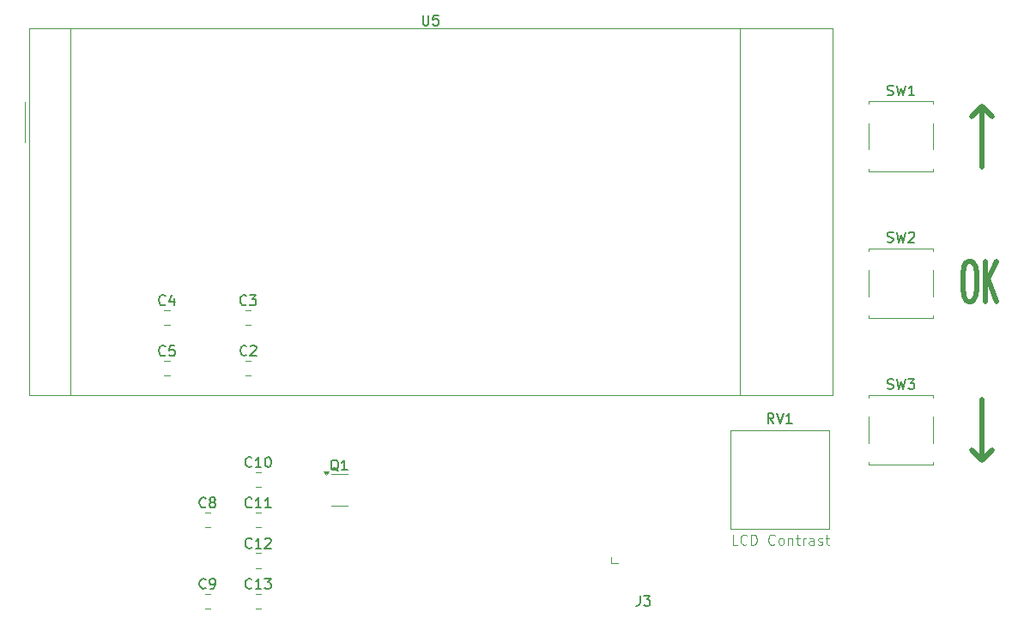
<source format=gbr>
%TF.GenerationSoftware,KiCad,Pcbnew,8.0.1*%
%TF.CreationDate,2024-07-30T14:49:36+02:00*%
%TF.ProjectId,driver,64726976-6572-42e6-9b69-6361645f7063,rev?*%
%TF.SameCoordinates,Original*%
%TF.FileFunction,Legend,Top*%
%TF.FilePolarity,Positive*%
%FSLAX46Y46*%
G04 Gerber Fmt 4.6, Leading zero omitted, Abs format (unit mm)*
G04 Created by KiCad (PCBNEW 8.0.1) date 2024-07-30 14:49:36*
%MOMM*%
%LPD*%
G01*
G04 APERTURE LIST*
%ADD10C,0.500000*%
%ADD11C,0.100000*%
%ADD12C,0.150000*%
%ADD13C,0.120000*%
G04 APERTURE END LIST*
D10*
X246400000Y-66100000D02*
X246400000Y-60100000D01*
X247400000Y-61100000D02*
X246400000Y-60100000D01*
X246400000Y-89100000D02*
X246400000Y-95100000D01*
X245400000Y-94100000D02*
X246400000Y-95100000D01*
X246400000Y-60100000D02*
X245400000Y-61100000D01*
X246400000Y-95100000D02*
X247400000Y-94100000D01*
X245009523Y-75424476D02*
X245390476Y-75424476D01*
X245390476Y-75424476D02*
X245580952Y-75614952D01*
X245580952Y-75614952D02*
X245771428Y-75995904D01*
X245771428Y-75995904D02*
X245866666Y-76757809D01*
X245866666Y-76757809D02*
X245866666Y-78091142D01*
X245866666Y-78091142D02*
X245771428Y-78853047D01*
X245771428Y-78853047D02*
X245580952Y-79234000D01*
X245580952Y-79234000D02*
X245390476Y-79424476D01*
X245390476Y-79424476D02*
X245009523Y-79424476D01*
X245009523Y-79424476D02*
X244819047Y-79234000D01*
X244819047Y-79234000D02*
X244628571Y-78853047D01*
X244628571Y-78853047D02*
X244533333Y-78091142D01*
X244533333Y-78091142D02*
X244533333Y-76757809D01*
X244533333Y-76757809D02*
X244628571Y-75995904D01*
X244628571Y-75995904D02*
X244819047Y-75614952D01*
X244819047Y-75614952D02*
X245009523Y-75424476D01*
X246723809Y-79424476D02*
X246723809Y-75424476D01*
X247866666Y-79424476D02*
X247009523Y-77138761D01*
X247866666Y-75424476D02*
X246723809Y-77710190D01*
D11*
X222280074Y-103442419D02*
X221803884Y-103442419D01*
X221803884Y-103442419D02*
X221803884Y-102442419D01*
X223184836Y-103347180D02*
X223137217Y-103394800D01*
X223137217Y-103394800D02*
X222994360Y-103442419D01*
X222994360Y-103442419D02*
X222899122Y-103442419D01*
X222899122Y-103442419D02*
X222756265Y-103394800D01*
X222756265Y-103394800D02*
X222661027Y-103299561D01*
X222661027Y-103299561D02*
X222613408Y-103204323D01*
X222613408Y-103204323D02*
X222565789Y-103013847D01*
X222565789Y-103013847D02*
X222565789Y-102870990D01*
X222565789Y-102870990D02*
X222613408Y-102680514D01*
X222613408Y-102680514D02*
X222661027Y-102585276D01*
X222661027Y-102585276D02*
X222756265Y-102490038D01*
X222756265Y-102490038D02*
X222899122Y-102442419D01*
X222899122Y-102442419D02*
X222994360Y-102442419D01*
X222994360Y-102442419D02*
X223137217Y-102490038D01*
X223137217Y-102490038D02*
X223184836Y-102537657D01*
X223613408Y-103442419D02*
X223613408Y-102442419D01*
X223613408Y-102442419D02*
X223851503Y-102442419D01*
X223851503Y-102442419D02*
X223994360Y-102490038D01*
X223994360Y-102490038D02*
X224089598Y-102585276D01*
X224089598Y-102585276D02*
X224137217Y-102680514D01*
X224137217Y-102680514D02*
X224184836Y-102870990D01*
X224184836Y-102870990D02*
X224184836Y-103013847D01*
X224184836Y-103013847D02*
X224137217Y-103204323D01*
X224137217Y-103204323D02*
X224089598Y-103299561D01*
X224089598Y-103299561D02*
X223994360Y-103394800D01*
X223994360Y-103394800D02*
X223851503Y-103442419D01*
X223851503Y-103442419D02*
X223613408Y-103442419D01*
X225946741Y-103347180D02*
X225899122Y-103394800D01*
X225899122Y-103394800D02*
X225756265Y-103442419D01*
X225756265Y-103442419D02*
X225661027Y-103442419D01*
X225661027Y-103442419D02*
X225518170Y-103394800D01*
X225518170Y-103394800D02*
X225422932Y-103299561D01*
X225422932Y-103299561D02*
X225375313Y-103204323D01*
X225375313Y-103204323D02*
X225327694Y-103013847D01*
X225327694Y-103013847D02*
X225327694Y-102870990D01*
X225327694Y-102870990D02*
X225375313Y-102680514D01*
X225375313Y-102680514D02*
X225422932Y-102585276D01*
X225422932Y-102585276D02*
X225518170Y-102490038D01*
X225518170Y-102490038D02*
X225661027Y-102442419D01*
X225661027Y-102442419D02*
X225756265Y-102442419D01*
X225756265Y-102442419D02*
X225899122Y-102490038D01*
X225899122Y-102490038D02*
X225946741Y-102537657D01*
X226518170Y-103442419D02*
X226422932Y-103394800D01*
X226422932Y-103394800D02*
X226375313Y-103347180D01*
X226375313Y-103347180D02*
X226327694Y-103251942D01*
X226327694Y-103251942D02*
X226327694Y-102966228D01*
X226327694Y-102966228D02*
X226375313Y-102870990D01*
X226375313Y-102870990D02*
X226422932Y-102823371D01*
X226422932Y-102823371D02*
X226518170Y-102775752D01*
X226518170Y-102775752D02*
X226661027Y-102775752D01*
X226661027Y-102775752D02*
X226756265Y-102823371D01*
X226756265Y-102823371D02*
X226803884Y-102870990D01*
X226803884Y-102870990D02*
X226851503Y-102966228D01*
X226851503Y-102966228D02*
X226851503Y-103251942D01*
X226851503Y-103251942D02*
X226803884Y-103347180D01*
X226803884Y-103347180D02*
X226756265Y-103394800D01*
X226756265Y-103394800D02*
X226661027Y-103442419D01*
X226661027Y-103442419D02*
X226518170Y-103442419D01*
X227280075Y-102775752D02*
X227280075Y-103442419D01*
X227280075Y-102870990D02*
X227327694Y-102823371D01*
X227327694Y-102823371D02*
X227422932Y-102775752D01*
X227422932Y-102775752D02*
X227565789Y-102775752D01*
X227565789Y-102775752D02*
X227661027Y-102823371D01*
X227661027Y-102823371D02*
X227708646Y-102918609D01*
X227708646Y-102918609D02*
X227708646Y-103442419D01*
X228041980Y-102775752D02*
X228422932Y-102775752D01*
X228184837Y-102442419D02*
X228184837Y-103299561D01*
X228184837Y-103299561D02*
X228232456Y-103394800D01*
X228232456Y-103394800D02*
X228327694Y-103442419D01*
X228327694Y-103442419D02*
X228422932Y-103442419D01*
X228756266Y-103442419D02*
X228756266Y-102775752D01*
X228756266Y-102966228D02*
X228803885Y-102870990D01*
X228803885Y-102870990D02*
X228851504Y-102823371D01*
X228851504Y-102823371D02*
X228946742Y-102775752D01*
X228946742Y-102775752D02*
X229041980Y-102775752D01*
X229803885Y-103442419D02*
X229803885Y-102918609D01*
X229803885Y-102918609D02*
X229756266Y-102823371D01*
X229756266Y-102823371D02*
X229661028Y-102775752D01*
X229661028Y-102775752D02*
X229470552Y-102775752D01*
X229470552Y-102775752D02*
X229375314Y-102823371D01*
X229803885Y-103394800D02*
X229708647Y-103442419D01*
X229708647Y-103442419D02*
X229470552Y-103442419D01*
X229470552Y-103442419D02*
X229375314Y-103394800D01*
X229375314Y-103394800D02*
X229327695Y-103299561D01*
X229327695Y-103299561D02*
X229327695Y-103204323D01*
X229327695Y-103204323D02*
X229375314Y-103109085D01*
X229375314Y-103109085D02*
X229470552Y-103061466D01*
X229470552Y-103061466D02*
X229708647Y-103061466D01*
X229708647Y-103061466D02*
X229803885Y-103013847D01*
X230232457Y-103394800D02*
X230327695Y-103442419D01*
X230327695Y-103442419D02*
X230518171Y-103442419D01*
X230518171Y-103442419D02*
X230613409Y-103394800D01*
X230613409Y-103394800D02*
X230661028Y-103299561D01*
X230661028Y-103299561D02*
X230661028Y-103251942D01*
X230661028Y-103251942D02*
X230613409Y-103156704D01*
X230613409Y-103156704D02*
X230518171Y-103109085D01*
X230518171Y-103109085D02*
X230375314Y-103109085D01*
X230375314Y-103109085D02*
X230280076Y-103061466D01*
X230280076Y-103061466D02*
X230232457Y-102966228D01*
X230232457Y-102966228D02*
X230232457Y-102918609D01*
X230232457Y-102918609D02*
X230280076Y-102823371D01*
X230280076Y-102823371D02*
X230375314Y-102775752D01*
X230375314Y-102775752D02*
X230518171Y-102775752D01*
X230518171Y-102775752D02*
X230613409Y-102823371D01*
X230946743Y-102775752D02*
X231327695Y-102775752D01*
X231089600Y-102442419D02*
X231089600Y-103299561D01*
X231089600Y-103299561D02*
X231137219Y-103394800D01*
X231137219Y-103394800D02*
X231232457Y-103442419D01*
X231232457Y-103442419D02*
X231327695Y-103442419D01*
D12*
X165833333Y-79679580D02*
X165785714Y-79727200D01*
X165785714Y-79727200D02*
X165642857Y-79774819D01*
X165642857Y-79774819D02*
X165547619Y-79774819D01*
X165547619Y-79774819D02*
X165404762Y-79727200D01*
X165404762Y-79727200D02*
X165309524Y-79631961D01*
X165309524Y-79631961D02*
X165261905Y-79536723D01*
X165261905Y-79536723D02*
X165214286Y-79346247D01*
X165214286Y-79346247D02*
X165214286Y-79203390D01*
X165214286Y-79203390D02*
X165261905Y-79012914D01*
X165261905Y-79012914D02*
X165309524Y-78917676D01*
X165309524Y-78917676D02*
X165404762Y-78822438D01*
X165404762Y-78822438D02*
X165547619Y-78774819D01*
X165547619Y-78774819D02*
X165642857Y-78774819D01*
X165642857Y-78774819D02*
X165785714Y-78822438D01*
X165785714Y-78822438D02*
X165833333Y-78870057D01*
X166690476Y-79108152D02*
X166690476Y-79774819D01*
X166452381Y-78727200D02*
X166214286Y-79441485D01*
X166214286Y-79441485D02*
X166833333Y-79441485D01*
X174357142Y-99679580D02*
X174309523Y-99727200D01*
X174309523Y-99727200D02*
X174166666Y-99774819D01*
X174166666Y-99774819D02*
X174071428Y-99774819D01*
X174071428Y-99774819D02*
X173928571Y-99727200D01*
X173928571Y-99727200D02*
X173833333Y-99631961D01*
X173833333Y-99631961D02*
X173785714Y-99536723D01*
X173785714Y-99536723D02*
X173738095Y-99346247D01*
X173738095Y-99346247D02*
X173738095Y-99203390D01*
X173738095Y-99203390D02*
X173785714Y-99012914D01*
X173785714Y-99012914D02*
X173833333Y-98917676D01*
X173833333Y-98917676D02*
X173928571Y-98822438D01*
X173928571Y-98822438D02*
X174071428Y-98774819D01*
X174071428Y-98774819D02*
X174166666Y-98774819D01*
X174166666Y-98774819D02*
X174309523Y-98822438D01*
X174309523Y-98822438D02*
X174357142Y-98870057D01*
X175309523Y-99774819D02*
X174738095Y-99774819D01*
X175023809Y-99774819D02*
X175023809Y-98774819D01*
X175023809Y-98774819D02*
X174928571Y-98917676D01*
X174928571Y-98917676D02*
X174833333Y-99012914D01*
X174833333Y-99012914D02*
X174738095Y-99060533D01*
X176261904Y-99774819D02*
X175690476Y-99774819D01*
X175976190Y-99774819D02*
X175976190Y-98774819D01*
X175976190Y-98774819D02*
X175880952Y-98917676D01*
X175880952Y-98917676D02*
X175785714Y-99012914D01*
X175785714Y-99012914D02*
X175690476Y-99060533D01*
X174357142Y-103679580D02*
X174309523Y-103727200D01*
X174309523Y-103727200D02*
X174166666Y-103774819D01*
X174166666Y-103774819D02*
X174071428Y-103774819D01*
X174071428Y-103774819D02*
X173928571Y-103727200D01*
X173928571Y-103727200D02*
X173833333Y-103631961D01*
X173833333Y-103631961D02*
X173785714Y-103536723D01*
X173785714Y-103536723D02*
X173738095Y-103346247D01*
X173738095Y-103346247D02*
X173738095Y-103203390D01*
X173738095Y-103203390D02*
X173785714Y-103012914D01*
X173785714Y-103012914D02*
X173833333Y-102917676D01*
X173833333Y-102917676D02*
X173928571Y-102822438D01*
X173928571Y-102822438D02*
X174071428Y-102774819D01*
X174071428Y-102774819D02*
X174166666Y-102774819D01*
X174166666Y-102774819D02*
X174309523Y-102822438D01*
X174309523Y-102822438D02*
X174357142Y-102870057D01*
X175309523Y-103774819D02*
X174738095Y-103774819D01*
X175023809Y-103774819D02*
X175023809Y-102774819D01*
X175023809Y-102774819D02*
X174928571Y-102917676D01*
X174928571Y-102917676D02*
X174833333Y-103012914D01*
X174833333Y-103012914D02*
X174738095Y-103060533D01*
X175690476Y-102870057D02*
X175738095Y-102822438D01*
X175738095Y-102822438D02*
X175833333Y-102774819D01*
X175833333Y-102774819D02*
X176071428Y-102774819D01*
X176071428Y-102774819D02*
X176166666Y-102822438D01*
X176166666Y-102822438D02*
X176214285Y-102870057D01*
X176214285Y-102870057D02*
X176261904Y-102965295D01*
X176261904Y-102965295D02*
X176261904Y-103060533D01*
X176261904Y-103060533D02*
X176214285Y-103203390D01*
X176214285Y-103203390D02*
X175642857Y-103774819D01*
X175642857Y-103774819D02*
X176261904Y-103774819D01*
X165833333Y-84679580D02*
X165785714Y-84727200D01*
X165785714Y-84727200D02*
X165642857Y-84774819D01*
X165642857Y-84774819D02*
X165547619Y-84774819D01*
X165547619Y-84774819D02*
X165404762Y-84727200D01*
X165404762Y-84727200D02*
X165309524Y-84631961D01*
X165309524Y-84631961D02*
X165261905Y-84536723D01*
X165261905Y-84536723D02*
X165214286Y-84346247D01*
X165214286Y-84346247D02*
X165214286Y-84203390D01*
X165214286Y-84203390D02*
X165261905Y-84012914D01*
X165261905Y-84012914D02*
X165309524Y-83917676D01*
X165309524Y-83917676D02*
X165404762Y-83822438D01*
X165404762Y-83822438D02*
X165547619Y-83774819D01*
X165547619Y-83774819D02*
X165642857Y-83774819D01*
X165642857Y-83774819D02*
X165785714Y-83822438D01*
X165785714Y-83822438D02*
X165833333Y-83870057D01*
X166738095Y-83774819D02*
X166261905Y-83774819D01*
X166261905Y-83774819D02*
X166214286Y-84251009D01*
X166214286Y-84251009D02*
X166261905Y-84203390D01*
X166261905Y-84203390D02*
X166357143Y-84155771D01*
X166357143Y-84155771D02*
X166595238Y-84155771D01*
X166595238Y-84155771D02*
X166690476Y-84203390D01*
X166690476Y-84203390D02*
X166738095Y-84251009D01*
X166738095Y-84251009D02*
X166785714Y-84346247D01*
X166785714Y-84346247D02*
X166785714Y-84584342D01*
X166785714Y-84584342D02*
X166738095Y-84679580D01*
X166738095Y-84679580D02*
X166690476Y-84727200D01*
X166690476Y-84727200D02*
X166595238Y-84774819D01*
X166595238Y-84774819D02*
X166357143Y-84774819D01*
X166357143Y-84774819D02*
X166261905Y-84727200D01*
X166261905Y-84727200D02*
X166214286Y-84679580D01*
X174357142Y-95679580D02*
X174309523Y-95727200D01*
X174309523Y-95727200D02*
X174166666Y-95774819D01*
X174166666Y-95774819D02*
X174071428Y-95774819D01*
X174071428Y-95774819D02*
X173928571Y-95727200D01*
X173928571Y-95727200D02*
X173833333Y-95631961D01*
X173833333Y-95631961D02*
X173785714Y-95536723D01*
X173785714Y-95536723D02*
X173738095Y-95346247D01*
X173738095Y-95346247D02*
X173738095Y-95203390D01*
X173738095Y-95203390D02*
X173785714Y-95012914D01*
X173785714Y-95012914D02*
X173833333Y-94917676D01*
X173833333Y-94917676D02*
X173928571Y-94822438D01*
X173928571Y-94822438D02*
X174071428Y-94774819D01*
X174071428Y-94774819D02*
X174166666Y-94774819D01*
X174166666Y-94774819D02*
X174309523Y-94822438D01*
X174309523Y-94822438D02*
X174357142Y-94870057D01*
X175309523Y-95774819D02*
X174738095Y-95774819D01*
X175023809Y-95774819D02*
X175023809Y-94774819D01*
X175023809Y-94774819D02*
X174928571Y-94917676D01*
X174928571Y-94917676D02*
X174833333Y-95012914D01*
X174833333Y-95012914D02*
X174738095Y-95060533D01*
X175928571Y-94774819D02*
X176023809Y-94774819D01*
X176023809Y-94774819D02*
X176119047Y-94822438D01*
X176119047Y-94822438D02*
X176166666Y-94870057D01*
X176166666Y-94870057D02*
X176214285Y-94965295D01*
X176214285Y-94965295D02*
X176261904Y-95155771D01*
X176261904Y-95155771D02*
X176261904Y-95393866D01*
X176261904Y-95393866D02*
X176214285Y-95584342D01*
X176214285Y-95584342D02*
X176166666Y-95679580D01*
X176166666Y-95679580D02*
X176119047Y-95727200D01*
X176119047Y-95727200D02*
X176023809Y-95774819D01*
X176023809Y-95774819D02*
X175928571Y-95774819D01*
X175928571Y-95774819D02*
X175833333Y-95727200D01*
X175833333Y-95727200D02*
X175785714Y-95679580D01*
X175785714Y-95679580D02*
X175738095Y-95584342D01*
X175738095Y-95584342D02*
X175690476Y-95393866D01*
X175690476Y-95393866D02*
X175690476Y-95155771D01*
X175690476Y-95155771D02*
X175738095Y-94965295D01*
X175738095Y-94965295D02*
X175785714Y-94870057D01*
X175785714Y-94870057D02*
X175833333Y-94822438D01*
X175833333Y-94822438D02*
X175928571Y-94774819D01*
X173833333Y-79679580D02*
X173785714Y-79727200D01*
X173785714Y-79727200D02*
X173642857Y-79774819D01*
X173642857Y-79774819D02*
X173547619Y-79774819D01*
X173547619Y-79774819D02*
X173404762Y-79727200D01*
X173404762Y-79727200D02*
X173309524Y-79631961D01*
X173309524Y-79631961D02*
X173261905Y-79536723D01*
X173261905Y-79536723D02*
X173214286Y-79346247D01*
X173214286Y-79346247D02*
X173214286Y-79203390D01*
X173214286Y-79203390D02*
X173261905Y-79012914D01*
X173261905Y-79012914D02*
X173309524Y-78917676D01*
X173309524Y-78917676D02*
X173404762Y-78822438D01*
X173404762Y-78822438D02*
X173547619Y-78774819D01*
X173547619Y-78774819D02*
X173642857Y-78774819D01*
X173642857Y-78774819D02*
X173785714Y-78822438D01*
X173785714Y-78822438D02*
X173833333Y-78870057D01*
X174166667Y-78774819D02*
X174785714Y-78774819D01*
X174785714Y-78774819D02*
X174452381Y-79155771D01*
X174452381Y-79155771D02*
X174595238Y-79155771D01*
X174595238Y-79155771D02*
X174690476Y-79203390D01*
X174690476Y-79203390D02*
X174738095Y-79251009D01*
X174738095Y-79251009D02*
X174785714Y-79346247D01*
X174785714Y-79346247D02*
X174785714Y-79584342D01*
X174785714Y-79584342D02*
X174738095Y-79679580D01*
X174738095Y-79679580D02*
X174690476Y-79727200D01*
X174690476Y-79727200D02*
X174595238Y-79774819D01*
X174595238Y-79774819D02*
X174309524Y-79774819D01*
X174309524Y-79774819D02*
X174214286Y-79727200D01*
X174214286Y-79727200D02*
X174166667Y-79679580D01*
X169833333Y-107679580D02*
X169785714Y-107727200D01*
X169785714Y-107727200D02*
X169642857Y-107774819D01*
X169642857Y-107774819D02*
X169547619Y-107774819D01*
X169547619Y-107774819D02*
X169404762Y-107727200D01*
X169404762Y-107727200D02*
X169309524Y-107631961D01*
X169309524Y-107631961D02*
X169261905Y-107536723D01*
X169261905Y-107536723D02*
X169214286Y-107346247D01*
X169214286Y-107346247D02*
X169214286Y-107203390D01*
X169214286Y-107203390D02*
X169261905Y-107012914D01*
X169261905Y-107012914D02*
X169309524Y-106917676D01*
X169309524Y-106917676D02*
X169404762Y-106822438D01*
X169404762Y-106822438D02*
X169547619Y-106774819D01*
X169547619Y-106774819D02*
X169642857Y-106774819D01*
X169642857Y-106774819D02*
X169785714Y-106822438D01*
X169785714Y-106822438D02*
X169833333Y-106870057D01*
X170309524Y-107774819D02*
X170500000Y-107774819D01*
X170500000Y-107774819D02*
X170595238Y-107727200D01*
X170595238Y-107727200D02*
X170642857Y-107679580D01*
X170642857Y-107679580D02*
X170738095Y-107536723D01*
X170738095Y-107536723D02*
X170785714Y-107346247D01*
X170785714Y-107346247D02*
X170785714Y-106965295D01*
X170785714Y-106965295D02*
X170738095Y-106870057D01*
X170738095Y-106870057D02*
X170690476Y-106822438D01*
X170690476Y-106822438D02*
X170595238Y-106774819D01*
X170595238Y-106774819D02*
X170404762Y-106774819D01*
X170404762Y-106774819D02*
X170309524Y-106822438D01*
X170309524Y-106822438D02*
X170261905Y-106870057D01*
X170261905Y-106870057D02*
X170214286Y-106965295D01*
X170214286Y-106965295D02*
X170214286Y-107203390D01*
X170214286Y-107203390D02*
X170261905Y-107298628D01*
X170261905Y-107298628D02*
X170309524Y-107346247D01*
X170309524Y-107346247D02*
X170404762Y-107393866D01*
X170404762Y-107393866D02*
X170595238Y-107393866D01*
X170595238Y-107393866D02*
X170690476Y-107346247D01*
X170690476Y-107346247D02*
X170738095Y-107298628D01*
X170738095Y-107298628D02*
X170785714Y-107203390D01*
X237066667Y-73507200D02*
X237209524Y-73554819D01*
X237209524Y-73554819D02*
X237447619Y-73554819D01*
X237447619Y-73554819D02*
X237542857Y-73507200D01*
X237542857Y-73507200D02*
X237590476Y-73459580D01*
X237590476Y-73459580D02*
X237638095Y-73364342D01*
X237638095Y-73364342D02*
X237638095Y-73269104D01*
X237638095Y-73269104D02*
X237590476Y-73173866D01*
X237590476Y-73173866D02*
X237542857Y-73126247D01*
X237542857Y-73126247D02*
X237447619Y-73078628D01*
X237447619Y-73078628D02*
X237257143Y-73031009D01*
X237257143Y-73031009D02*
X237161905Y-72983390D01*
X237161905Y-72983390D02*
X237114286Y-72935771D01*
X237114286Y-72935771D02*
X237066667Y-72840533D01*
X237066667Y-72840533D02*
X237066667Y-72745295D01*
X237066667Y-72745295D02*
X237114286Y-72650057D01*
X237114286Y-72650057D02*
X237161905Y-72602438D01*
X237161905Y-72602438D02*
X237257143Y-72554819D01*
X237257143Y-72554819D02*
X237495238Y-72554819D01*
X237495238Y-72554819D02*
X237638095Y-72602438D01*
X237971429Y-72554819D02*
X238209524Y-73554819D01*
X238209524Y-73554819D02*
X238400000Y-72840533D01*
X238400000Y-72840533D02*
X238590476Y-73554819D01*
X238590476Y-73554819D02*
X238828572Y-72554819D01*
X239161905Y-72650057D02*
X239209524Y-72602438D01*
X239209524Y-72602438D02*
X239304762Y-72554819D01*
X239304762Y-72554819D02*
X239542857Y-72554819D01*
X239542857Y-72554819D02*
X239638095Y-72602438D01*
X239638095Y-72602438D02*
X239685714Y-72650057D01*
X239685714Y-72650057D02*
X239733333Y-72745295D01*
X239733333Y-72745295D02*
X239733333Y-72840533D01*
X239733333Y-72840533D02*
X239685714Y-72983390D01*
X239685714Y-72983390D02*
X239114286Y-73554819D01*
X239114286Y-73554819D02*
X239733333Y-73554819D01*
X237066667Y-88007200D02*
X237209524Y-88054819D01*
X237209524Y-88054819D02*
X237447619Y-88054819D01*
X237447619Y-88054819D02*
X237542857Y-88007200D01*
X237542857Y-88007200D02*
X237590476Y-87959580D01*
X237590476Y-87959580D02*
X237638095Y-87864342D01*
X237638095Y-87864342D02*
X237638095Y-87769104D01*
X237638095Y-87769104D02*
X237590476Y-87673866D01*
X237590476Y-87673866D02*
X237542857Y-87626247D01*
X237542857Y-87626247D02*
X237447619Y-87578628D01*
X237447619Y-87578628D02*
X237257143Y-87531009D01*
X237257143Y-87531009D02*
X237161905Y-87483390D01*
X237161905Y-87483390D02*
X237114286Y-87435771D01*
X237114286Y-87435771D02*
X237066667Y-87340533D01*
X237066667Y-87340533D02*
X237066667Y-87245295D01*
X237066667Y-87245295D02*
X237114286Y-87150057D01*
X237114286Y-87150057D02*
X237161905Y-87102438D01*
X237161905Y-87102438D02*
X237257143Y-87054819D01*
X237257143Y-87054819D02*
X237495238Y-87054819D01*
X237495238Y-87054819D02*
X237638095Y-87102438D01*
X237971429Y-87054819D02*
X238209524Y-88054819D01*
X238209524Y-88054819D02*
X238400000Y-87340533D01*
X238400000Y-87340533D02*
X238590476Y-88054819D01*
X238590476Y-88054819D02*
X238828572Y-87054819D01*
X239114286Y-87054819D02*
X239733333Y-87054819D01*
X239733333Y-87054819D02*
X239400000Y-87435771D01*
X239400000Y-87435771D02*
X239542857Y-87435771D01*
X239542857Y-87435771D02*
X239638095Y-87483390D01*
X239638095Y-87483390D02*
X239685714Y-87531009D01*
X239685714Y-87531009D02*
X239733333Y-87626247D01*
X239733333Y-87626247D02*
X239733333Y-87864342D01*
X239733333Y-87864342D02*
X239685714Y-87959580D01*
X239685714Y-87959580D02*
X239638095Y-88007200D01*
X239638095Y-88007200D02*
X239542857Y-88054819D01*
X239542857Y-88054819D02*
X239257143Y-88054819D01*
X239257143Y-88054819D02*
X239161905Y-88007200D01*
X239161905Y-88007200D02*
X239114286Y-87959580D01*
X174357142Y-107679580D02*
X174309523Y-107727200D01*
X174309523Y-107727200D02*
X174166666Y-107774819D01*
X174166666Y-107774819D02*
X174071428Y-107774819D01*
X174071428Y-107774819D02*
X173928571Y-107727200D01*
X173928571Y-107727200D02*
X173833333Y-107631961D01*
X173833333Y-107631961D02*
X173785714Y-107536723D01*
X173785714Y-107536723D02*
X173738095Y-107346247D01*
X173738095Y-107346247D02*
X173738095Y-107203390D01*
X173738095Y-107203390D02*
X173785714Y-107012914D01*
X173785714Y-107012914D02*
X173833333Y-106917676D01*
X173833333Y-106917676D02*
X173928571Y-106822438D01*
X173928571Y-106822438D02*
X174071428Y-106774819D01*
X174071428Y-106774819D02*
X174166666Y-106774819D01*
X174166666Y-106774819D02*
X174309523Y-106822438D01*
X174309523Y-106822438D02*
X174357142Y-106870057D01*
X175309523Y-107774819D02*
X174738095Y-107774819D01*
X175023809Y-107774819D02*
X175023809Y-106774819D01*
X175023809Y-106774819D02*
X174928571Y-106917676D01*
X174928571Y-106917676D02*
X174833333Y-107012914D01*
X174833333Y-107012914D02*
X174738095Y-107060533D01*
X175642857Y-106774819D02*
X176261904Y-106774819D01*
X176261904Y-106774819D02*
X175928571Y-107155771D01*
X175928571Y-107155771D02*
X176071428Y-107155771D01*
X176071428Y-107155771D02*
X176166666Y-107203390D01*
X176166666Y-107203390D02*
X176214285Y-107251009D01*
X176214285Y-107251009D02*
X176261904Y-107346247D01*
X176261904Y-107346247D02*
X176261904Y-107584342D01*
X176261904Y-107584342D02*
X176214285Y-107679580D01*
X176214285Y-107679580D02*
X176166666Y-107727200D01*
X176166666Y-107727200D02*
X176071428Y-107774819D01*
X176071428Y-107774819D02*
X175785714Y-107774819D01*
X175785714Y-107774819D02*
X175690476Y-107727200D01*
X175690476Y-107727200D02*
X175642857Y-107679580D01*
X191238095Y-51124819D02*
X191238095Y-51934342D01*
X191238095Y-51934342D02*
X191285714Y-52029580D01*
X191285714Y-52029580D02*
X191333333Y-52077200D01*
X191333333Y-52077200D02*
X191428571Y-52124819D01*
X191428571Y-52124819D02*
X191619047Y-52124819D01*
X191619047Y-52124819D02*
X191714285Y-52077200D01*
X191714285Y-52077200D02*
X191761904Y-52029580D01*
X191761904Y-52029580D02*
X191809523Y-51934342D01*
X191809523Y-51934342D02*
X191809523Y-51124819D01*
X192761904Y-51124819D02*
X192285714Y-51124819D01*
X192285714Y-51124819D02*
X192238095Y-51601009D01*
X192238095Y-51601009D02*
X192285714Y-51553390D01*
X192285714Y-51553390D02*
X192380952Y-51505771D01*
X192380952Y-51505771D02*
X192619047Y-51505771D01*
X192619047Y-51505771D02*
X192714285Y-51553390D01*
X192714285Y-51553390D02*
X192761904Y-51601009D01*
X192761904Y-51601009D02*
X192809523Y-51696247D01*
X192809523Y-51696247D02*
X192809523Y-51934342D01*
X192809523Y-51934342D02*
X192761904Y-52029580D01*
X192761904Y-52029580D02*
X192714285Y-52077200D01*
X192714285Y-52077200D02*
X192619047Y-52124819D01*
X192619047Y-52124819D02*
X192380952Y-52124819D01*
X192380952Y-52124819D02*
X192285714Y-52077200D01*
X192285714Y-52077200D02*
X192238095Y-52029580D01*
X182904761Y-96150057D02*
X182809523Y-96102438D01*
X182809523Y-96102438D02*
X182714285Y-96007200D01*
X182714285Y-96007200D02*
X182571428Y-95864342D01*
X182571428Y-95864342D02*
X182476190Y-95816723D01*
X182476190Y-95816723D02*
X182380952Y-95816723D01*
X182428571Y-96054819D02*
X182333333Y-96007200D01*
X182333333Y-96007200D02*
X182238095Y-95911961D01*
X182238095Y-95911961D02*
X182190476Y-95721485D01*
X182190476Y-95721485D02*
X182190476Y-95388152D01*
X182190476Y-95388152D02*
X182238095Y-95197676D01*
X182238095Y-95197676D02*
X182333333Y-95102438D01*
X182333333Y-95102438D02*
X182428571Y-95054819D01*
X182428571Y-95054819D02*
X182619047Y-95054819D01*
X182619047Y-95054819D02*
X182714285Y-95102438D01*
X182714285Y-95102438D02*
X182809523Y-95197676D01*
X182809523Y-95197676D02*
X182857142Y-95388152D01*
X182857142Y-95388152D02*
X182857142Y-95721485D01*
X182857142Y-95721485D02*
X182809523Y-95911961D01*
X182809523Y-95911961D02*
X182714285Y-96007200D01*
X182714285Y-96007200D02*
X182619047Y-96054819D01*
X182619047Y-96054819D02*
X182428571Y-96054819D01*
X183809523Y-96054819D02*
X183238095Y-96054819D01*
X183523809Y-96054819D02*
X183523809Y-95054819D01*
X183523809Y-95054819D02*
X183428571Y-95197676D01*
X183428571Y-95197676D02*
X183333333Y-95292914D01*
X183333333Y-95292914D02*
X183238095Y-95340533D01*
X237066667Y-59007200D02*
X237209524Y-59054819D01*
X237209524Y-59054819D02*
X237447619Y-59054819D01*
X237447619Y-59054819D02*
X237542857Y-59007200D01*
X237542857Y-59007200D02*
X237590476Y-58959580D01*
X237590476Y-58959580D02*
X237638095Y-58864342D01*
X237638095Y-58864342D02*
X237638095Y-58769104D01*
X237638095Y-58769104D02*
X237590476Y-58673866D01*
X237590476Y-58673866D02*
X237542857Y-58626247D01*
X237542857Y-58626247D02*
X237447619Y-58578628D01*
X237447619Y-58578628D02*
X237257143Y-58531009D01*
X237257143Y-58531009D02*
X237161905Y-58483390D01*
X237161905Y-58483390D02*
X237114286Y-58435771D01*
X237114286Y-58435771D02*
X237066667Y-58340533D01*
X237066667Y-58340533D02*
X237066667Y-58245295D01*
X237066667Y-58245295D02*
X237114286Y-58150057D01*
X237114286Y-58150057D02*
X237161905Y-58102438D01*
X237161905Y-58102438D02*
X237257143Y-58054819D01*
X237257143Y-58054819D02*
X237495238Y-58054819D01*
X237495238Y-58054819D02*
X237638095Y-58102438D01*
X237971429Y-58054819D02*
X238209524Y-59054819D01*
X238209524Y-59054819D02*
X238400000Y-58340533D01*
X238400000Y-58340533D02*
X238590476Y-59054819D01*
X238590476Y-59054819D02*
X238828572Y-58054819D01*
X239733333Y-59054819D02*
X239161905Y-59054819D01*
X239447619Y-59054819D02*
X239447619Y-58054819D01*
X239447619Y-58054819D02*
X239352381Y-58197676D01*
X239352381Y-58197676D02*
X239257143Y-58292914D01*
X239257143Y-58292914D02*
X239161905Y-58340533D01*
X173858333Y-84659580D02*
X173810714Y-84707200D01*
X173810714Y-84707200D02*
X173667857Y-84754819D01*
X173667857Y-84754819D02*
X173572619Y-84754819D01*
X173572619Y-84754819D02*
X173429762Y-84707200D01*
X173429762Y-84707200D02*
X173334524Y-84611961D01*
X173334524Y-84611961D02*
X173286905Y-84516723D01*
X173286905Y-84516723D02*
X173239286Y-84326247D01*
X173239286Y-84326247D02*
X173239286Y-84183390D01*
X173239286Y-84183390D02*
X173286905Y-83992914D01*
X173286905Y-83992914D02*
X173334524Y-83897676D01*
X173334524Y-83897676D02*
X173429762Y-83802438D01*
X173429762Y-83802438D02*
X173572619Y-83754819D01*
X173572619Y-83754819D02*
X173667857Y-83754819D01*
X173667857Y-83754819D02*
X173810714Y-83802438D01*
X173810714Y-83802438D02*
X173858333Y-83850057D01*
X174239286Y-83850057D02*
X174286905Y-83802438D01*
X174286905Y-83802438D02*
X174382143Y-83754819D01*
X174382143Y-83754819D02*
X174620238Y-83754819D01*
X174620238Y-83754819D02*
X174715476Y-83802438D01*
X174715476Y-83802438D02*
X174763095Y-83850057D01*
X174763095Y-83850057D02*
X174810714Y-83945295D01*
X174810714Y-83945295D02*
X174810714Y-84040533D01*
X174810714Y-84040533D02*
X174763095Y-84183390D01*
X174763095Y-84183390D02*
X174191667Y-84754819D01*
X174191667Y-84754819D02*
X174810714Y-84754819D01*
X225849761Y-91439819D02*
X225516428Y-90963628D01*
X225278333Y-91439819D02*
X225278333Y-90439819D01*
X225278333Y-90439819D02*
X225659285Y-90439819D01*
X225659285Y-90439819D02*
X225754523Y-90487438D01*
X225754523Y-90487438D02*
X225802142Y-90535057D01*
X225802142Y-90535057D02*
X225849761Y-90630295D01*
X225849761Y-90630295D02*
X225849761Y-90773152D01*
X225849761Y-90773152D02*
X225802142Y-90868390D01*
X225802142Y-90868390D02*
X225754523Y-90916009D01*
X225754523Y-90916009D02*
X225659285Y-90963628D01*
X225659285Y-90963628D02*
X225278333Y-90963628D01*
X226135476Y-90439819D02*
X226468809Y-91439819D01*
X226468809Y-91439819D02*
X226802142Y-90439819D01*
X227659285Y-91439819D02*
X227087857Y-91439819D01*
X227373571Y-91439819D02*
X227373571Y-90439819D01*
X227373571Y-90439819D02*
X227278333Y-90582676D01*
X227278333Y-90582676D02*
X227183095Y-90677914D01*
X227183095Y-90677914D02*
X227087857Y-90725533D01*
X212666666Y-108454819D02*
X212666666Y-109169104D01*
X212666666Y-109169104D02*
X212619047Y-109311961D01*
X212619047Y-109311961D02*
X212523809Y-109407200D01*
X212523809Y-109407200D02*
X212380952Y-109454819D01*
X212380952Y-109454819D02*
X212285714Y-109454819D01*
X213047619Y-108454819D02*
X213666666Y-108454819D01*
X213666666Y-108454819D02*
X213333333Y-108835771D01*
X213333333Y-108835771D02*
X213476190Y-108835771D01*
X213476190Y-108835771D02*
X213571428Y-108883390D01*
X213571428Y-108883390D02*
X213619047Y-108931009D01*
X213619047Y-108931009D02*
X213666666Y-109026247D01*
X213666666Y-109026247D02*
X213666666Y-109264342D01*
X213666666Y-109264342D02*
X213619047Y-109359580D01*
X213619047Y-109359580D02*
X213571428Y-109407200D01*
X213571428Y-109407200D02*
X213476190Y-109454819D01*
X213476190Y-109454819D02*
X213190476Y-109454819D01*
X213190476Y-109454819D02*
X213095238Y-109407200D01*
X213095238Y-109407200D02*
X213047619Y-109359580D01*
X169833333Y-99679580D02*
X169785714Y-99727200D01*
X169785714Y-99727200D02*
X169642857Y-99774819D01*
X169642857Y-99774819D02*
X169547619Y-99774819D01*
X169547619Y-99774819D02*
X169404762Y-99727200D01*
X169404762Y-99727200D02*
X169309524Y-99631961D01*
X169309524Y-99631961D02*
X169261905Y-99536723D01*
X169261905Y-99536723D02*
X169214286Y-99346247D01*
X169214286Y-99346247D02*
X169214286Y-99203390D01*
X169214286Y-99203390D02*
X169261905Y-99012914D01*
X169261905Y-99012914D02*
X169309524Y-98917676D01*
X169309524Y-98917676D02*
X169404762Y-98822438D01*
X169404762Y-98822438D02*
X169547619Y-98774819D01*
X169547619Y-98774819D02*
X169642857Y-98774819D01*
X169642857Y-98774819D02*
X169785714Y-98822438D01*
X169785714Y-98822438D02*
X169833333Y-98870057D01*
X170404762Y-99203390D02*
X170309524Y-99155771D01*
X170309524Y-99155771D02*
X170261905Y-99108152D01*
X170261905Y-99108152D02*
X170214286Y-99012914D01*
X170214286Y-99012914D02*
X170214286Y-98965295D01*
X170214286Y-98965295D02*
X170261905Y-98870057D01*
X170261905Y-98870057D02*
X170309524Y-98822438D01*
X170309524Y-98822438D02*
X170404762Y-98774819D01*
X170404762Y-98774819D02*
X170595238Y-98774819D01*
X170595238Y-98774819D02*
X170690476Y-98822438D01*
X170690476Y-98822438D02*
X170738095Y-98870057D01*
X170738095Y-98870057D02*
X170785714Y-98965295D01*
X170785714Y-98965295D02*
X170785714Y-99012914D01*
X170785714Y-99012914D02*
X170738095Y-99108152D01*
X170738095Y-99108152D02*
X170690476Y-99155771D01*
X170690476Y-99155771D02*
X170595238Y-99203390D01*
X170595238Y-99203390D02*
X170404762Y-99203390D01*
X170404762Y-99203390D02*
X170309524Y-99251009D01*
X170309524Y-99251009D02*
X170261905Y-99298628D01*
X170261905Y-99298628D02*
X170214286Y-99393866D01*
X170214286Y-99393866D02*
X170214286Y-99584342D01*
X170214286Y-99584342D02*
X170261905Y-99679580D01*
X170261905Y-99679580D02*
X170309524Y-99727200D01*
X170309524Y-99727200D02*
X170404762Y-99774819D01*
X170404762Y-99774819D02*
X170595238Y-99774819D01*
X170595238Y-99774819D02*
X170690476Y-99727200D01*
X170690476Y-99727200D02*
X170738095Y-99679580D01*
X170738095Y-99679580D02*
X170785714Y-99584342D01*
X170785714Y-99584342D02*
X170785714Y-99393866D01*
X170785714Y-99393866D02*
X170738095Y-99298628D01*
X170738095Y-99298628D02*
X170690476Y-99251009D01*
X170690476Y-99251009D02*
X170595238Y-99203390D01*
D13*
%TO.C,C4*%
X165738748Y-80265000D02*
X166261252Y-80265000D01*
X165738748Y-81735000D02*
X166261252Y-81735000D01*
%TO.C,C11*%
X174738748Y-100265000D02*
X175261252Y-100265000D01*
X174738748Y-101735000D02*
X175261252Y-101735000D01*
%TO.C,C12*%
X174738748Y-104265000D02*
X175261252Y-104265000D01*
X174738748Y-105735000D02*
X175261252Y-105735000D01*
%TO.C,C5*%
X165738748Y-85265000D02*
X166261252Y-85265000D01*
X165738748Y-86735000D02*
X166261252Y-86735000D01*
%TO.C,C10*%
X174738748Y-96265000D02*
X175261252Y-96265000D01*
X174738748Y-97735000D02*
X175261252Y-97735000D01*
%TO.C,C3*%
X174261252Y-80265000D02*
X173738748Y-80265000D01*
X174261252Y-81735000D02*
X173738748Y-81735000D01*
%TO.C,C9*%
X169738748Y-108265000D02*
X170261252Y-108265000D01*
X169738748Y-109735000D02*
X170261252Y-109735000D01*
%TO.C,SW2*%
X235250000Y-74150000D02*
X241550000Y-74150000D01*
X235250000Y-74400000D02*
X235250000Y-74150000D01*
X235250000Y-78900000D02*
X235250000Y-76300000D01*
X235250000Y-81050000D02*
X235250000Y-80800000D01*
X241550000Y-74150000D02*
X241550000Y-74400000D01*
X241550000Y-76300000D02*
X241550000Y-78900000D01*
X241550000Y-80800000D02*
X241550000Y-81050000D01*
X241550000Y-81050000D02*
X235250000Y-81050000D01*
%TO.C,SW3*%
X235250000Y-88650000D02*
X241550000Y-88650000D01*
X235250000Y-88900000D02*
X235250000Y-88650000D01*
X235250000Y-93400000D02*
X235250000Y-90800000D01*
X235250000Y-95550000D02*
X235250000Y-95300000D01*
X241550000Y-88650000D02*
X241550000Y-88900000D01*
X241550000Y-90800000D02*
X241550000Y-93400000D01*
X241550000Y-95300000D02*
X241550000Y-95550000D01*
X241550000Y-95550000D02*
X235250000Y-95550000D01*
%TO.C,C13*%
X174738748Y-108265000D02*
X175261252Y-108265000D01*
X174738748Y-109735000D02*
X175261252Y-109735000D01*
%TO.C,U5*%
X152000000Y-59670000D02*
X152000000Y-63670000D01*
X152380000Y-52440000D02*
X231620000Y-52440000D01*
X152380000Y-88680000D02*
X152380000Y-52440000D01*
X156500000Y-88680000D02*
X156500000Y-52440000D01*
X222500000Y-52440000D02*
X222500000Y-88680000D01*
X231620000Y-52440000D02*
X231620000Y-88680000D01*
X231620000Y-88680000D02*
X152380000Y-88680000D01*
%TO.C,Q1*%
X183000000Y-96440000D02*
X182200000Y-96440000D01*
X183000000Y-96440000D02*
X183800000Y-96440000D01*
X183000000Y-99560000D02*
X182200000Y-99560000D01*
X183000000Y-99560000D02*
X183800000Y-99560000D01*
X181700000Y-96490000D02*
X181460000Y-96160000D01*
X181940000Y-96160000D01*
X181700000Y-96490000D01*
G36*
X181700000Y-96490000D02*
G01*
X181460000Y-96160000D01*
X181940000Y-96160000D01*
X181700000Y-96490000D01*
G37*
%TO.C,SW1*%
X235250000Y-59650000D02*
X241550000Y-59650000D01*
X235250000Y-59900000D02*
X235250000Y-59650000D01*
X235250000Y-64400000D02*
X235250000Y-61800000D01*
X235250000Y-66550000D02*
X235250000Y-66300000D01*
X241550000Y-59650000D02*
X241550000Y-59900000D01*
X241550000Y-61800000D02*
X241550000Y-64400000D01*
X241550000Y-66300000D02*
X241550000Y-66550000D01*
X241550000Y-66550000D02*
X235250000Y-66550000D01*
%TO.C,C2*%
X174261252Y-85265000D02*
X173738748Y-85265000D01*
X174261252Y-86735000D02*
X173738748Y-86735000D01*
%TO.C,RV1*%
X221560000Y-92115000D02*
X221560000Y-101885000D01*
X221560000Y-92115000D02*
X231330000Y-92115000D01*
X221560000Y-101885000D02*
X231330000Y-101885000D01*
X231330000Y-92115000D02*
X231330000Y-101885000D01*
%TO.C,J3*%
X209825000Y-105270000D02*
X209825000Y-104635000D01*
X210460000Y-105270000D02*
X209825000Y-105270000D01*
%TO.C,C8*%
X169738748Y-100265000D02*
X170261252Y-100265000D01*
X169738748Y-101735000D02*
X170261252Y-101735000D01*
%TD*%
M02*

</source>
